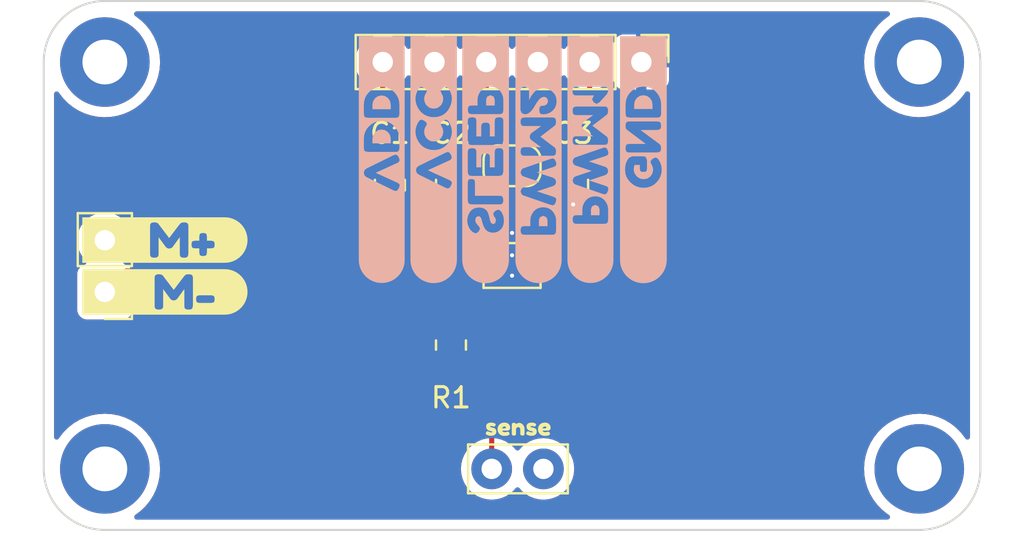
<source format=kicad_pcb>
(kicad_pcb (version 20211014) (generator pcbnew)
  (layers (0 "F.Cu" signal) (31 "B.Cu" signal) (34 "B.Paste" user) (35 "F.Paste" user) (36 "B.SilkS" user "B.Silkscreen") (37 "F.SilkS" user "F.Silkscreen") (38 "B.Mask" user) (39 "F.Mask" user) (44 "Edge.Cuts" user))
  (net 0 "")
  (net 1 "VDD")
  (net 2 "GND")
  (net 3 "VCC")
  (net 4 "/in1")
  (net 5 "/in2")
  (net 6 "/n_sleep")
  (net 7 "/m-")
  (net 8 "/m+")
  (net 9 "Net-(R1-Pad1)")
  (footprint "Jumper:SolderJumper-2_P1.3mm_Bridged_RoundedPad1.0x1.5mm" (layer "F.Cu") (at 130 75.1 180)
    (fp_text reference "J3" hide)
    (fp_text value "Conn_01x02")
    (fp_poly (pts (xy 0.25 -0.3) (xy -0.25 -0.3) (xy -0.25 0.3) (xy 0.25 0.3)) (layer "F.Cu") (width 0) (fill solid))
    (pad "1" smd custom locked (at -0.65 0 180) (size 1 0.5) (layers "F.Cu" "F.Mask") (net 3 "VCC") (options (clearance outline) (anchor rect)) (primitives (gr_circle (center 0 0.25) (end 0.5 0.25) (width 0) (fill yes)) (gr_circle (center 0 -0.25) (end 0.5 -0.25) (width 0) (fill yes)) (gr_poly (pts (xy 0.5 0.75) (xy 0 0.75) (xy 0 -0.75) (xy 0.5 -0.75)) (width 0) (fill yes))))
    (pad "2" smd custom locked (at 0.65 0 180) (size 1 0.5) (layers "F.Cu" "F.Mask") (net 1 "VDD") (options (clearance outline) (anchor rect)) (primitives (gr_circle (center 0 0.25) (end 0.5 0.25) (width 0) (fill yes)) (gr_circle (center 0 -0.25) (end 0.5 -0.25) (width 0) (fill yes)) (gr_poly (pts (xy 0 0.75) (xy -0.5 0.75) (xy -0.5 -0.75) (xy 0 -0.75)) (width 0) (fill yes))))
  )
  (footprint "MountingHole:MountingHole_2.2mm_M2_Pad" (layer "F.Cu") (at 110 70)
    (fp_text reference "H1" hide)
    (fp_text value "MountingHole")
    (pad "1" thru_hole circle locked (at 0 0) (size 4.4 4.4) (drill 2.2) (layers *.Cu *.Mask))
  )
  (footprint "Connector_PinHeader_2.54mm:PinHeader_1x06_P2.54mm_Vertical" (layer "F.Cu") (at 136.35 70 -90)
    (fp_text reference "J1" hide)
    (fp_text value "Conn_01x06")
    (pad "1" thru_hole rect locked (at 0 0 270) (size 1.7 1.7) (drill 1) (layers *.Cu *.Mask) (net 2 "GND"))
    (pad "2" thru_hole oval locked (at 0 2.54 270) (size 1.7 1.7) (drill 1) (layers *.Cu *.Mask) (net 5 "/in2"))
    (pad "3" thru_hole oval locked (at 0 5.08 270) (size 1.7 1.7) (drill 1) (layers *.Cu *.Mask) (net 4 "/in1"))
    (pad "4" thru_hole oval locked (at 0 7.62 270) (size 1.7 1.7) (drill 1) (layers *.Cu *.Mask) (net 6 "/n_sleep"))
    (pad "5" thru_hole oval locked (at 0 10.16 270) (size 1.7 1.7) (drill 1) (layers *.Cu *.Mask) (net 3 "VCC"))
    (pad "6" thru_hole oval locked (at 0 12.7 270) (size 1.7 1.7) (drill 1) (layers *.Cu *.Mask) (net 1 "VDD"))
  )
  (footprint "kibuzzard-63D75A48" (layer "F.Cu") (at 118 90)
    (fp_text reference "kibuzzard-63D75A48" hide)
    (fp_text value "G***" hide)
    (fp_poly (pts (xy -1.863328 -0.014287) (xy -1.710928 -0.014287) (xy -1.641872 -0.040481) (xy -1.607344 -0.119062) (xy -1.641872 -0.198239) (xy -1.713309 -0.225028) (xy -1.863328 -0.225028) (xy -1.863328 -0.014287)) (layer "F.Cu") (width 0) (fill solid))
    (fp_poly (pts (xy -2.587228 -0.225028) (xy -2.701528 -0.225028) (xy -2.701528 0.225028) (xy -2.586038 0.225028) (xy -2.50448 0.209104) (xy -2.431256 0.16133) (xy -2.379464 0.089446) (xy -2.3622 0.001191) (xy -2.379018 -0.087362) (xy -2.42947 -0.160139) (xy -2.502545 -0.208806) (xy -2.587228 -0.225028)) (layer "F.Cu") (width 0) (fill solid))
    (fp_poly (pts (xy -0.011906 -0.185737) (xy -0.032147 -0.230386) (xy -0.092273 -0.251222) (xy -0.151209 -0.230981) (xy -0.170259 -0.186333) (xy -0.149423 -0.140494) (xy -0.089892 -0.119062) (xy -0.031552 -0.140494) (xy -0.011906 -0.185737)) (layer "F.Cu") (width 0) (fill solid))
    (fp_poly (pts (xy -0.170259 0.223838) (xy -0.090488 0.252413) (xy -0.011906 0.223838) (xy 0.014287 0.16252) (xy -0.012502 0.101203) (xy -0.091083 0.072628) (xy -0.170259 0.100608) (xy -0.197644 0.161925) (xy -0.170259 0.223838)) (layer "F.Cu") (width 0) (fill solid))
    (fp_poly (pts (xy 2.596753 -0.225028) (xy 2.447925 -0.225028) (xy 2.447925 -0.014287) (xy 2.597944 -0.014287) (xy 2.668191 -0.040481) (xy 2.702719 -0.119062) (xy 2.668191 -0.198239) (xy 2.596753 -0.225028)) (layer "F.Cu") (width 0) (fill solid))
    (fp_poly (pts (xy -3.250654 -0.701675) (xy -3.498701 -0.701675) (xy -3.567477 -0.698296) (xy -3.635591 -0.688193) (xy -3.702387 -0.671461) (xy -3.767221 -0.648263) (xy -3.829468 -0.618822) (xy -3.888531 -0.583421) (xy -3.943839 -0.542402) (xy -3.99486 -0.496159) (xy -4.041103 -0.445138) (xy -4.082123 -0.38983) (xy -4.117523 -0.330767) (xy -4.146964 -0.268519) (xy -4.170162 -0.203685) (xy -4.186894 -0.13689) (xy -4.196997 -0.068776) (xy -4.200376 0) (xy -4.196997 0.068776) (xy -4.186894 0.13689) (xy -4.170162 0.203685) (xy -4.146964 0.268519) (xy -4.117523 0.330767) (xy -4.082123 0.38983) (xy -4.041103 0.445138) (xy -3.99486 0.496159) (xy -3.943839 0.542402) (xy -3.888531 0.583421) (xy -3.829468 0.618822) (xy -3.767221 0.648263) (xy -3.702387 0.671461) (xy -3.635591 0.688193) (xy -3.567477 0.698296) (xy -3.498701 0.701675) (xy -3.250654 0.701675) (xy -2.589609 0.701675) (xy -2.589609 0.435769) (xy -2.807494 0.435769) (xy -2.86643 0.428327) (xy -2.897981 0.406003) (xy -2.912269 0.329803) (xy -2.912269 -0.332184) (xy -2.910483 -0.373856) (xy -2.899172 -0.404812) (xy -2.86762 -0.428923) (xy -2.806303 -0.436959) (xy -2.586038 -0.435769) (xy -2.502322 -0.427992) (xy -2.423815 -0.404664) (xy -2.350517 -0.365782) (xy -2.282428 -0.311348) (xy -2.225129 -0.245566) (xy -2.184202 -0.172641) (xy -2.159645 -0.092571) (xy -2.151459 -0.005358) (xy -2.159459 0.08219) (xy -2.183457 0.163264) (xy -2.223455 0.237865) (xy -2.279452 0.305991) (xy -2.346834 0.362769) (xy -2.420987 0.403324) (xy -2.501912 0.427658) (xy -2.589609 0.435769) (xy -2.589609 0.701675) (xy -1.523405 0.701675) (xy -1.523405 0.444103) (xy -1.561505 0.432792) (xy -1.583531 0.409575) (xy -1.599142 0.375576) (xy -1.630098 0.303742) (xy -1.6764 0.194072) (xy -1.713309 0.196453) (xy -1.863328 0.196453) (xy -1.863328 0.330994) (xy -1.865114 0.37207) (xy -1.876425 0.403622) (xy -1.907977 0.427732) (xy -1.969294 0.435769) (xy -2.035373 0.424755) (xy -2.066925 0.391716) (xy -2.074069 0.329803) (xy -2.074069 -0.330994) (xy -2.072283 -0.37207) (xy -2.060972 -0.403622) (xy -2.02942 -0.427732) (xy -1.968103 -0.435769) (xy -1.710928 -0.435769) (xy -1.64174 -0.427302) (xy -1.573874 -0.401902) (xy -1.507331 -0.359569) (xy -1.463873 -0.316111) (xy -1.42875 -0.259556) (xy -1.405533 -0.192881) (xy -1.397794 -0.119062) (xy -1.407716 -0.03466) (xy -1.437481 0.039158) (xy -1.487091 0.102394) (xy -1.466453 0.151209) (xy -1.439466 0.213519) (xy -1.406128 0.289322) (xy -1.388269 0.351234) (xy -1.406723 0.392906) (xy -1.462088 0.427434) (xy -1.523405 0.444103) (xy -1.523405 0.701675) (xy -0.897731 0.701675) (xy -0.897731 0.435769) (xy -0.909638 0.435769) (xy -0.966192 0.419695) (xy -1.006078 0.377428) (xy -1.334691 -0.289322) (xy -1.35255 -0.346472) (xy -1.334988 -0.386358) (xy -1.282303 -0.422672) (xy -1.222177 -0.442912) (xy -1.190625 -0.43815) (xy -1.170384 -0.421481) (xy -1.150739 -0.38993) (xy -1.134814 -0.356592) (xy -1.1049 -0.291108) (xy -1.066651 -0.20702) (xy -1.025723 -0.117872) (xy -0.984647 -0.028724) (xy -0.945952 0.055364) (xy -0.916632 0.118914) (xy -0.903684 0.146447) (xy -0.665559 -0.375047) (xy -0.648891 -0.410766) (xy -0.596503 -0.442912) (xy -0.526256 -0.422672) (xy -0.473571 -0.386358) (xy -0.456009 -0.346472) (xy -0.473869 -0.289322) (xy -0.802481 0.377428) (xy -0.842367 0.419695) (xy -0.897731 0.435769) (xy -0.897731 0.701675) (xy -0.091678 0.701675) (xy -0.091678 0.453628) (xy -0.17059 0.444632) (xy -0.243814 0.417645) (xy -0.311348 0.372666) (xy -0.365257 0.312738) (xy -0.397603 0.240903) (xy -0.408384 0.157163) (xy -0.402282 0.1079) (xy -0.383977 0.060127) (xy -0.335756 -0.008334) (xy -0.310753 -0.030956) (xy -0.330994 -0.050006) (xy -0.362545 -0.101798) (xy -0.382191 -0.184547) (xy -0.372401 -0.257836) (xy -0.343032 -0.32213) (xy -0.294084 -0.377428) (xy -0.232172 -0.419761) (xy -0.163909 -0.445161) (xy -0.089297 -0.453628) (xy -0.014949 -0.445029) (xy 0.05252 -0.419232) (xy 0.113109 -0.376237) (xy 0.160734 -0.319881) (xy 0.189309 -0.254) (xy 0.198834 -0.178594) (xy 0.18157 -0.105966) (xy 0.146447 -0.050006) (xy 0.128587 -0.030956) (xy 0.155377 -0.006548) (xy 0.198239 0.058341) (xy 0.218331 0.107454) (xy 0.225028 0.157163) (xy 0.214246 0.240308) (xy 0.181901 0.311944) (xy 0.127992 0.37207) (xy 0.060457 0.41738) (xy -0.012766 0.444566) (xy -0.091678 0.453628) (xy -0.091678 0.701675) (xy 0.854869 0.701675) (xy 0.854869 0.439341) (xy 0.389334 0.439341) (xy 0.315516 0.407194) (xy 0.284559 0.332184) (xy 0.295721 0.270421) (xy 0.329208 0.213717) (xy 0.37847 0.163413) (xy 0.436959 0.120848) (xy 0.500062 0.082451) (xy 0.563166 0.044648) (xy 0.621655 0.004614) (xy 0.670917 -0.040481) (xy 0.704404 -0.089595) (xy 0.715566 -0.141684) (xy 0.707231 -0.172045) (xy 0.688777 -0.204192) (xy 0.657225 -0.227409) (xy 0.597694 -0.238125) (xy 0.531614 -0.210145) (xy 0.500062 -0.154781) (xy 0.4953 -0.127397) (xy 0.4953 -0.120253) (xy 0.493514 -0.080962) (xy 0.482203 -0.051197) (xy 0.450056 -0.029766) (xy 0.389334 -0.022622) (xy 0.322957 -0.033933) (xy 0.290512 -0.067866) (xy 0.284559 -0.128587) (xy 0.294415 -0.208293) (xy 0.323982 -0.28231) (xy 0.373261 -0.350639) (xy 0.438481 -0.405209) (xy 0.515871 -0.437952) (xy 0.605433 -0.448866) (xy 0.69506 -0.437819) (xy 0.772649 -0.40468) (xy 0.8382 -0.349448) (xy 0.887809 -0.280061) (xy 0.917575 -0.204457) (xy 0.927497 -0.122634) (xy 0.920055 -0.056555) (xy 0.897731 0.005953) (xy 0.864989 0.060722) (xy 0.826294 0.103584) (xy 0.74295 0.169366) (xy 0.669131 0.20955) (xy 0.639366 0.221456) (xy 0.639366 0.227409) (xy 0.85725 0.227409) (xy 0.926902 0.23872) (xy 0.954881 0.273248) (xy 0.962025 0.33397) (xy 0.954286 0.394097) (xy 0.928687 0.425053) (xy 0.854869 0.439341) (xy 0.854869 0.701675) (xy 1.310878 0.701675) (xy 1.310878 0.439341) (xy 1.251049 0.431602) (xy 1.2192 0.408384) (xy 1.207889 0.375642) (xy 1.206103 0.332184) (xy 1.206103 -0.092869) (xy 1.190625 -0.078581) (xy 1.107281 -0.041672) (xy 1.035248 -0.083344) (xy 0.997744 -0.157162) (xy 1.040606 -0.227409) (xy 1.235869 -0.403622) (xy 1.239441 -0.406003) (xy 1.306711 -0.436959) (xy 1.363266 -0.431006) (xy 1.394222 -0.417314) (xy 1.410891 -0.391716) (xy 1.416844 -0.328612) (xy 1.416844 0.334566) (xy 1.415058 0.375642) (xy 1.403747 0.407194) (xy 1.372195 0.431304) (xy 1.310878 0.439341) (xy 1.310878 0.701675) (xy 2.064544 0.701675) (xy 2.064544 0.439341) (xy 1.599009 0.439341) (xy 1.525191 0.407194) (xy 1.494234 0.332184) (xy 1.505396 0.270421) (xy 1.538883 0.213717) (xy 1.588145 0.163413) (xy 1.646634 0.120848) (xy 1.709737 0.082451) (xy 1.772841 0.044648) (xy 1.83133 0.004614) (xy 1.880592 -0.040481) (xy 1.914079 -0.089595) (xy 1.925241 -0.141684) (xy 1.916906 -0.172045) (xy 1.898452 -0.204192) (xy 1.8669 -0.227409) (xy 1.807369 -0.238125) (xy 1.741289 -0.210145) (xy 1.709737 -0.154781) (xy 1.704975 -0.127397) (xy 1.704975 -0.120253) (xy 1.703189 -0.080962) (xy 1.691878 -0.051197) (xy 1.659731 -0.029766) (xy 1.599009 -0.022622) (xy 1.532632 -0.033933) (xy 1.500187 -0.067866) (xy 1.494234 -0.128587) (xy 1.50409 -0.208293) (xy 1.533657 -0.28231) (xy 1.582936 -0.350639) (xy 1.648156 -0.405209) (xy 1.725546 -0.437952) (xy 1.815108 -0.448866) (xy 1.904735 -0.437819) (xy 1.982324 -0.40468) (xy 2.047875 -0.349448) (xy 2.097484 -0.280061) (xy 2.12725 -0.204457) (xy 2.137172 -0.122634) (xy 2.12973 -0.056555) (xy 2.107406 0.005953) (xy 2.074664 0.060722) (xy 2.035969 0.103584) (xy 1.952625 0.169366) (xy 1.878806 0.20955) (xy 1.849041 0.221456) (xy 1.849041 0.227409) (xy 2.066925 0.227409) (xy 2.136577 0.23872) (xy 2.164556 0.273248) (xy 2.1717 0.33397) (xy 2.163961 0.394097) (xy 2.138362 0.425053) (xy 2.064544 0.439341) (xy 2.064544 0.701675) (xy 2.341959 0.701675) (xy 2.341959 0.435769) (xy 2.27588 0.424755) (xy 2.244328 0.391716) (xy 2.237184 0.329803) (xy 2.237184 -0.330994) (xy 2.23897 -0.37207) (xy 2.250281 -0.403622) (xy 2.281833 -0.427732) (xy 2.34315 -0.435769) (xy 2.597944 -0.435769) (xy 2.667132 -0.427302) (xy 2.734998 -0.401902) (xy 2.801541 -0.359569) (xy 2.845891 -0.316111) (xy 2.881312 -0.259556) (xy 2.90453 -0.192881) (xy 2.912269 -0.119062) (xy 2.90453 -0.045393) (xy 2.881312 0.020836) (xy 2.845891 0.076944) (xy 2.801541 0.120253) (xy 2.734866 0.162586) (xy 2.666603 0.187986) (xy 2.596753 0.196453) (xy 2.447925 0.196453) (xy 2.447925 0.330994) (xy 2.446139 0.37207) (xy 2.434828 0.403622) (xy 2.403277 0.427732) (xy 2.341959 0.435769) (xy 2.341959 0.701675) (xy 3.250654 0.701675) (xy 3.498701 0.701675) (xy 3.567477 0.698296) (xy 3.635591 0.688193) (xy 3.702387 0.671461) (xy 3.767221 0.648263) (xy 3.829468 0.618822) (xy 3.888531 0.583421) (xy 3.943839 0.542402) (xy 3.99486 0.496159) (xy 4.041103 0.445138) (xy 4.082123 0.38983) (xy 4.117523 0.330767) (xy 4.146964 0.268519) (xy 4.170162 0.203686) (xy 4.186894 0.13689) (xy 4.196997 0.068776) (xy 4.200376 0) (xy 4.196997 -0.068776) (xy 4.186894 -0.13689) (xy 4.170162 -0.203686) (xy 4.146964 -0.268519) (xy 4.117523 -0.330767) (xy 4.082123 -0.38983) (xy 4.041103 -0.445138) (xy 3.99486 -0.496159) (xy 3.943839 -0.542402) (xy 3.888531 -0.583421) (xy 3.829468 -0.618822) (xy 3.767221 -0.648263) (xy 3.702387 -0.671461) (xy 3.635591 -0.688193) (xy 3.567477 -0.698296) (xy 3.498701 -0.701675) (xy 3.250654 -0.701675) (xy -3.250654 -0.701675)) (layer "F.Cu") (width 0) (fill solid))
  )
  (footprint "Connector_PinHeader_2.54mm:PinHeader_1x02_P2.54mm_Vertical" (layer "F.Cu") (at 110 81.3 180)
    (fp_text reference "J2" hide)
    (fp_text value "Conn_01x02")
    (pad "1" thru_hole rect locked (at 0 0 180) (size 1.7 1.7) (drill 1) (layers *.Cu *.Mask) (net 7 "/m-"))
    (pad "2" thru_hole oval locked (at 0 2.54 180) (size 1.7 1.7) (drill 1) (layers *.Cu *.Mask) (net 8 "/m+"))
  )
  (footprint "MountingHole:MountingHole_2.2mm_M2_Pad" (layer "F.Cu") (at 150 90)
    (fp_text reference "H3" hide)
    (fp_text value "MountingHole")
    (pad "1" thru_hole circle locked (at 0 0) (size 4.4 4.4) (drill 2.2) (layers *.Cu *.Mask))
  )
  (footprint "kibuzzard-63D753DC" (layer "F.Cu") (at 112.95 78.75)
    (fp_text reference "kibuzzard-63D753DC" hide)
    (fp_text value "G***" hide)
  )
  (footprint "Capacitor_SMD:C_0805_2012Metric" (layer "F.Cu") (at 133 76.05 -90)
    (fp_text reference "C3" (at -2.55 0) (layer "F.SilkS"))
    (fp_text value "0.1uF")
    (pad "1" smd roundrect locked (at -0.95 0 270) (size 1 1.45) (layers "F.Cu" "F.Paste" "F.Mask") (net 3 "VCC"))
    (pad "2" smd roundrect locked (at 0.95 0 270) (size 1 1.45) (layers "F.Cu" "F.Paste" "F.Mask") (net 2 "GND"))
  )
  (footprint "Capacitor_SMD:C_0805_2012Metric" (layer "F.Cu") (at 124 76.05 -90)
    (fp_text reference "C1" (at -2.55 0) (layer "F.SilkS"))
    (fp_text value "C_bulk")
    (pad "1" smd roundrect locked (at -0.95 0 270) (size 1 1.45) (layers "F.Cu" "F.Paste" "F.Mask") (net 1 "VDD"))
    (pad "2" smd roundrect locked (at 0.95 0 270) (size 1 1.45) (layers "F.Cu" "F.Paste" "F.Mask") (net 2 "GND"))
  )
  (footprint "MountingHole:MountingHole_2.2mm_M2_Pad" (layer "F.Cu") (at 150 70)
    (fp_text reference "H4" hide)
    (fp_text value "MountingHole")
    (pad "1" thru_hole circle locked (at 0 0) (size 4.4 4.4) (drill 2.2) (layers *.Cu *.Mask))
  )
  (footprint "Capacitor_SMD:C_0805_2012Metric" (layer "F.Cu") (at 127 76.05 -90)
    (fp_text reference "C2" (at -2.55 0) (layer "F.SilkS"))
    (fp_text value "0.1uF")
    (pad "1" smd roundrect locked (at -0.95 0 270) (size 1 1.45) (layers "F.Cu" "F.Paste" "F.Mask") (net 1 "VDD"))
    (pad "2" smd roundrect locked (at 0.95 0 270) (size 1 1.45) (layers "F.Cu" "F.Paste" "F.Mask") (net 2 "GND"))
  )
  (footprint "kibuzzard-63D75404" (layer "F.Cu") (at 112.95 81.3)
    (fp_text reference "kibuzzard-63D75404" hide)
    (fp_text value "G***" hide)
  )
  (footprint "drv8212p_eval:DRV8212P" (layer "F.Cu") (at 130 80)
    (fp_text reference "U1" hide)
    (fp_text value "DRV8212P")
    (pad "0" smd roundrect (at 0 0) (size 0.9 1.6) (layers "F.Cu" "F.Paste" "F.Mask") (roundrect_rratio 0.05555555556) (net 2 "GND") (clearance 0.07))
    (pad "1" smd roundrect (at -0.95 -0.75) (size 0.5 0.25) (layers "F.Cu" "F.Paste" "F.Mask") (roundrect_rratio 0.2) (net 1 "VDD") (clearance 0.07))
    (pad "2" smd roundrect (at -0.95 -0.25) (size 0.5 0.25) (layers "F.Cu" "F.Paste" "F.Mask") (roundrect_rratio 0.2) (net 8 "/m+") (clearance 0.07))
    (pad "3" smd roundrect (at -0.95 0.25) (size 0.5 0.25) (layers "F.Cu" "F.Paste" "F.Mask") (roundrect_rratio 0.2) (net 7 "/m-") (clearance 0.07))
    (pad "4" smd roundrect (at -0.95 0.75) (size 0.5 0.25) (layers "F.Cu" "F.Paste" "F.Mask") (roundrect_rratio 0.2) (net 9 "Net-(R1-Pad1)") (clearance 0.07))
    (pad "5" smd roundrect (at 0.95 0.75) (size 0.5 0.25) (layers "F.Cu" "F.Paste" "F.Mask") (roundrect_rratio 0.2) (net 5 "/in2") (clearance 0.07))
    (pad "6" smd roundrect (at 0.95 0.25) (size 0.5 0.25) (layers "F.Cu" "F.Paste" "F.Mask") (roundrect_rratio 0.2) (net 4 "/in1") (clearance 0.07))
    (pad "7" smd roundrect (at 0.95 -0.25) (size 0.5 0.25) (layers "F.Cu" "F.Paste" "F.Mask") (roundrect_rratio 0.2) (net 6 "/n_sleep") (clearance 0.07))
    (pad "8" smd roundrect (at 0.95 -0.75) (size 0.5 0.25) (layers "F.Cu" "F.Paste" "F.Mask") (roundrect_rratio 0.2) (net 3 "VCC") (clearance 0.07))
  )
  (footprint "MountingHole:MountingHole_2.2mm_M2_Pad" (layer "F.Cu") (at 110 90)
    (fp_text reference "H2" hide)
    (fp_text value "MountingHole")
    (pad "1" thru_hole circle locked (at 0 0) (size 4.4 4.4) (drill 2.2) (layers *.Cu *.Mask))
  )
  (footprint "TestPoint:TestPoint_Bridge_Pitch2.54mm_Drill1.0mm" (layer "F.Cu") (at 131.54 90 180)
    (fp_text reference "TP1" hide)
    (fp_text value "sense")
    (pad "1" thru_hole circle locked (at 2.54 0 180) (size 2 2) (drill 1) (layers *.Cu *.Mask) (net 9 "Net-(R1-Pad1)"))
    (pad "1" thru_hole circle locked (at 0 0 180) (size 2 2) (drill 1) (layers *.Cu *.Mask) (net 9 "Net-(R1-Pad1)"))
  )
  (footprint "kibuzzard-63D75466" (layer "F.Cu") (at 130.3 88.05)
    (fp_text reference "kibuzzard-63D75466" hide)
    (fp_text value "G***" hide)
  )
  (footprint "Resistor_SMD:R_0805_2012Metric" (layer "F.Cu") (at 127 83.9125 -90)
    (fp_text reference "R1" (at 2.5875 0 180) (layer "F.SilkS"))
    (fp_text value "R_sense")
    (pad "1" smd roundrect locked (at -0.9125 0 270) (size 1.025 1.4) (layers "F.Cu" "F.Paste" "F.Mask") (roundrect_rratio 0.243902) (net 9 "Net-(R1-Pad1)"))
    (pad "2" smd roundrect locked (at 0.9125 0 270) (size 1.025 1.4) (layers "F.Cu" "F.Paste" "F.Mask") (roundrect_rratio 0.243902) (net 2 "GND"))
  )
  (footprint "kibuzzard-63D75C96" (layer "B.Cu") (at 136.45 74.8 90)
    (fp_text reference "kibuzzard-63D75C96" hide)
    (fp_text value "G***" hide)
  )
  (footprint "kibuzzard-63D75CDC" (layer "B.Cu") (at 131.3 74.8 90)
    (fp_text reference "kibuzzard-63D75CDC" hide)
    (fp_text value "G***" hide)
  )
  (footprint "kibuzzard-63D75C88" (layer "B.Cu") (at 123.6 74.8 90)
    (fp_text reference "kibuzzard-63D75C88" hide)
    (fp_text value "G***" hide)
  )
  (footprint "kibuzzard-63D75C7D" (layer "B.Cu") (at 128.7 74.8 90)
    (fp_text reference "kibuzzard-63D75C7D" hide)
    (fp_text value "G***" hide)
  )
  (footprint "kibuzzard-63D75C91" (layer "B.Cu") (at 133.85 74.8 90)
    (fp_text reference "kibuzzard-63D75C91" hide)
    (fp_text value "G***" hide)
  )
  (footprint "kibuzzard-63D75C83" (layer "B.Cu") (at 126.15 74.8 90)
    (fp_text reference "kibuzzard-63D75C83" hide)
    (fp_text value "G***" hide)
  )
  (gr_arc (start 153 90) (mid 152.12132 92.12132) (end 150 93) (layer "Edge.Cuts") (width 0.1))
  (gr_arc (start 110 93) (mid 107.87868 92.12132) (end 107 90) (layer "Edge.Cuts") (width 0.1))
  (gr_arc (start 150 67) (mid 152.12132 67.87868) (end 153 70) (layer "Edge.Cuts") (width 0.1))
  (gr_arc (start 107 70) (mid 107.87868 67.87868) (end 110 67) (layer "Edge.Cuts") (width 0.1))
  (gr_line (start 153 70) (end 153 90) (layer "Edge.Cuts") (width 0.1))
  (gr_line (start 150 93) (end 110 93) (layer "Edge.Cuts") (width 0.1))
  (gr_line (start 107 90) (end 107 70) (layer "Edge.Cuts") (width 0.1))
  (gr_line (start 110 67) (end 150 67) (layer "Edge.Cuts") (width 0.1))
  (segment (start 129.05 78.1) (end 129.05 79.25) (width 0.25) (layer "F.Cu") (net 1))
  (segment (start 127 75.1) (end 129.35 75.1) (width 0.25) (layer "F.Cu") (net 1))
  (segment (start 124 75.1) (end 127 75.1) (width 0.25) (layer "F.Cu") (net 1))
  (segment (start 129.35 77.8) (end 129.05 78.1) (width 0.25) (layer "F.Cu") (net 1))
  (segment (start 123.65 71.4) (end 124 71.75) (width 0.25) (layer "F.Cu") (net 1))
  (segment (start 129.35 75.1) (end 129.35 77.8) (width 0.25) (layer "F.Cu") (net 1))
  (segment (start 124 71.75) (end 124 75.1) (width 0.25) (layer "F.Cu") (net 1))
  (segment (start 123.65 70) (end 123.65 71.4) (width 0.25) (layer "F.Cu") (net 1))
  (via (at 130 79.5) (size 0.3) (drill 0.2) (layers "F.Cu" "B.Cu") (net 2))
  (via (at 130 80.5) (size 0.3) (drill 0.2) (layers "F.Cu" "B.Cu") (net 2))
  (via (at 133 77) (size 0.3) (drill 0.2) (layers "F.Cu" "B.Cu") (net 2))
  (via (at 130 78.4) (size 0.3) (drill 0.2) (layers "F.Cu" "B.Cu") (net 2))
  (segment (start 133 74.35) (end 133 75.1) (width 0.25) (layer "F.Cu") (net 3))
  (segment (start 132.15 73.5) (end 133 74.35) (width 0.25) (layer "F.Cu") (net 3))
  (segment (start 127.89 73.5) (end 132.15 73.5) (width 0.25) (layer "F.Cu") (net 3))
  (segment (start 133 75.1) (end 130.65 75.1) (width 0.25) (layer "F.Cu") (net 3))
  (segment (start 126.19 70) (end 126.19 71.8) (width 0.25) (layer "F.Cu") (net 3))
  (segment (start 130.95 78.1) (end 130.95 79.25) (width 0.25) (layer "F.Cu") (net 3))
  (segment (start 130.65 77.8) (end 130.95 78.1) (width 0.25) (layer "F.Cu") (net 3))
  (segment (start 126.19 71.8) (end 127.89 73.5) (width 0.25) (layer "F.Cu") (net 3))
  (segment (start 130.65 75.1) (end 130.65 77.8) (width 0.25) (layer "F.Cu") (net 3))
  (segment (start 131.27 70) (end 131.27 71.82) (width 0.25) (layer "F.Cu") (net 4))
  (segment (start 133.85 80.25) (end 130.95 80.25) (width 0.25) (layer "F.Cu") (net 4))
  (segment (start 133.864282 72.5) (end 135 73.635718) (width 0.25) (layer "F.Cu") (net 4))
  (segment (start 135 79.1) (end 133.85 80.25) (width 0.25) (layer "F.Cu") (net 4))
  (segment (start 131.27 71.82) (end 131.95 72.5) (width 0.25) (layer "F.Cu") (net 4))
  (segment (start 135 73.635718) (end 135 79.1) (width 0.25) (layer "F.Cu") (net 4))
  (segment (start 131.95 72.5) (end 133.864282 72.5) (width 0.25) (layer "F.Cu") (net 4))
  (segment (start 133.81 70) (end 133.81 71.81) (width 0.25) (layer "F.Cu") (net 5))
  (segment (start 135.5 73.5) (end 135.5 79.25) (width 0.25) (layer "F.Cu") (net 5))
  (segment (start 135.5 79.25) (end 134 80.75) (width 0.25) (layer "F.Cu") (net 5))
  (segment (start 134 80.75) (end 130.95 80.75) (width 0.25) (layer "F.Cu") (net 5))
  (segment (start 133.81 71.81) (end 135.5 73.5) (width 0.25) (layer "F.Cu") (net 5))
  (segment (start 134.5 73.771436) (end 134.5 78.964282) (width 0.25) (layer "F.Cu") (net 6))
  (segment (start 133.714282 79.75) (end 130.95 79.75) (width 0.25) (layer "F.Cu") (net 6))
  (segment (start 128.73 70) (end 128.73 71.83) (width 0.25) (layer "F.Cu") (net 6))
  (segment (start 134.5 78.964282) (end 133.714282 79.75) (width 0.25) (layer "F.Cu") (net 6))
  (segment (start 129.9 73) (end 133.728564 73) (width 0.25) (layer "F.Cu") (net 6))
  (segment (start 133.728564 73) (end 134.5 73.771436) (width 0.25) (layer "F.Cu") (net 6))
  (segment (start 128.73 71.83) (end 129.9 73) (width 0.25) (layer "F.Cu") (net 6))
  (segment (start 111.05 80.25) (end 110 81.3) (width 0.2) (layer "F.Cu") (net 7))
  (segment (start 129.05 80.25) (end 111.05 80.25) (width 0.2) (layer "F.Cu") (net 7))
  (segment (start 110.99 79.75) (end 110 78.76) (width 0.2) (layer "F.Cu") (net 8))
  (segment (start 129.05 79.75) (end 110.99 79.75) (width 0.2) (layer "F.Cu") (net 8))
  (segment (start 129.05 80.75) (end 127.6 80.75) (width 0.25) (layer "F.Cu") (net 9))
  (segment (start 127 81.35) (end 127 83) (width 0.25) (layer "F.Cu") (net 9))
  (segment (start 129 83.9) (end 129 90) (width 0.25) (layer "F.Cu") (net 9))
  (segment (start 127.6 80.75) (end 127 81.35) (width 0.25) (layer "F.Cu") (net 9))
  (segment (start 127 83) (end 128.1 83) (width 0.25) (layer "F.Cu") (net 9))
  (segment (start 128.1 83) (end 129 83.9) (width 0.25) (layer "F.Cu") (net 9))
  (zone (net 2) (net_name "GND") (layers F&B.Cu) (connect_pads (clearance 0.508)) (min_thickness 0.254) (fill yes (thermal_gap 0.508) (thermal_bridge_width 0.508))
    (polygon (pts (xy 153 93) (xy 107 93) (xy 107 67) (xy 153 67)))
  )
)
</source>
